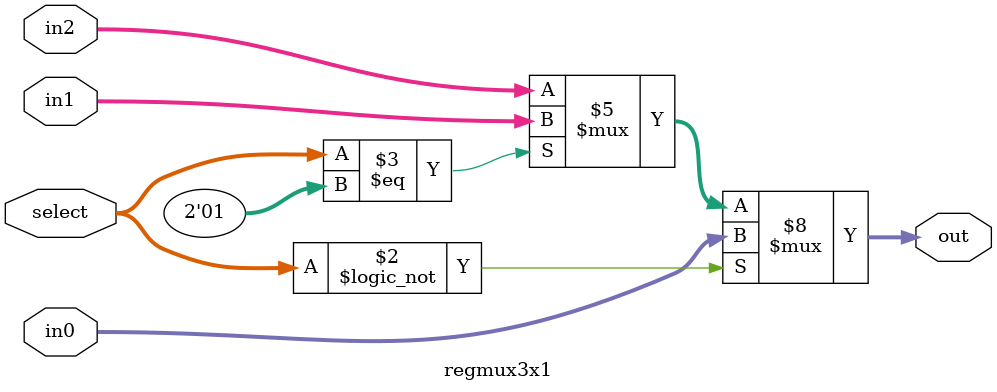
<source format=v>
`timescale 1ns / 1ps

module regmux3x1(in0, in1,in2,select, out);
    input wire [1:0] select; 
    input wire [4:0] in0;
    input wire [4:0] in1;
    input wire [4:0] in2;
    output reg[4:0] out;

    always @(*)
    begin
        if(select == 0)
        begin
            out <= in0;
        end
        else if(select == 1) 
        begin
            out <= in1;
        end else
        begin
            out <= in2;
        end
    end

endmodule

</source>
